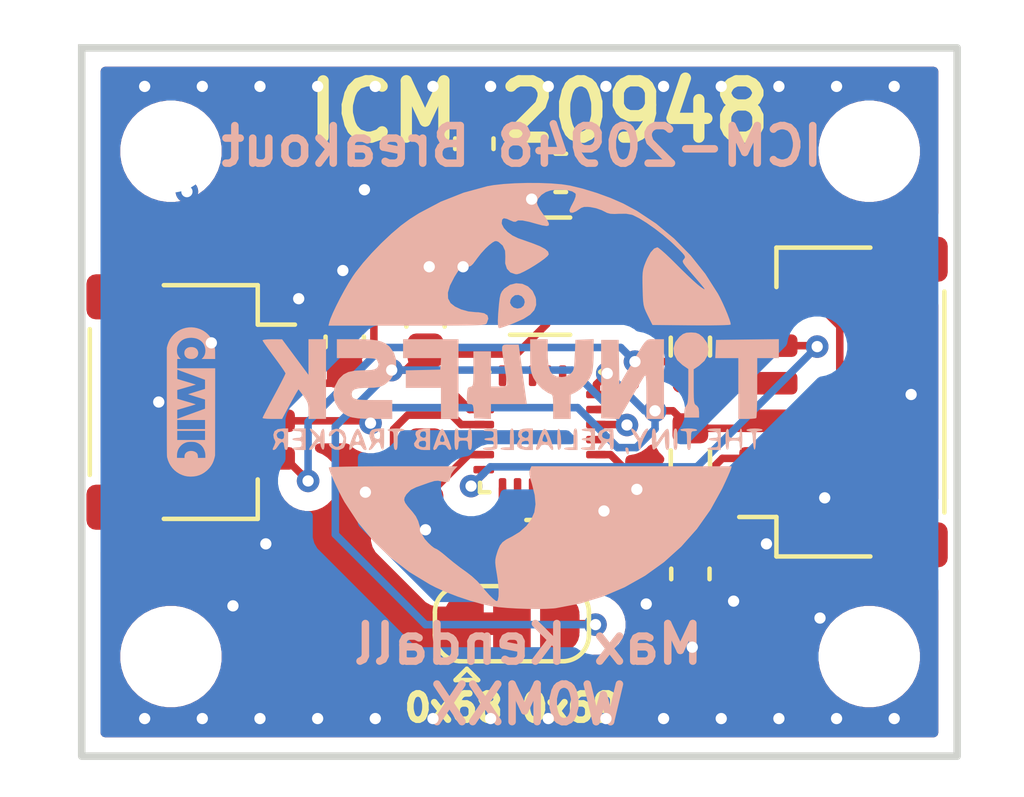
<source format=kicad_pcb>
(kicad_pcb (version 20241229) (generator "pcbnew") (generator_version "9.0")
  (layers (0 "F.Cu" signal) (2 "B.Cu" signal) (13 "F.Paste" user) (15 "B.Paste" user) (5 "F.SilkS" user "F.Silkscreen") (7 "B.SilkS" user "B.Silkscreen") (1 "F.Mask" user) (3 "B.Mask" user) (25 "Edge.Cuts" user))
  (net 0 "")
  (net 1 "+3V3")
  (net 2 "Earth")
  (net 3 "+1V8")
  (net 4 "Net-(U1-REGOUT)")
  (net 5 "/SDA")
  (net 6 "/SCL")
  (net 7 "/INT1")
  (net 8 "/INT2")
  (net 9 "/AD0")
  (footprint "Sensor_Motion:InvenSense_QFN-24_3x3mm_P0.4mm" (layer "F.Cu") (at 163.45 71.45 -90)
    (property "Reference" "U1" (hide yes))
    (property "Value" "ICM-20948")
    (pad "1" smd roundrect (at -1.5 -1 270) (size 0.55 0.2) (layers "F.Cu" "F.Mask" "F.Paste"))
    (pad "2" smd roundrect (at -1.5 -0.6 270) (size 0.55 0.2) (layers "F.Cu" "F.Mask" "F.Paste"))
    (pad "3" smd roundrect (at -1.5 -0.2 270) (size 0.55 0.2) (layers "F.Cu" "F.Mask" "F.Paste"))
    (pad "4" smd roundrect (at -1.5 0.2 270) (size 0.55 0.2) (layers "F.Cu" "F.Mask" "F.Paste"))
    (pad "5" smd roundrect (at -1.5 0.6 270) (size 0.55 0.2) (layers "F.Cu" "F.Mask" "F.Paste"))
    (pad "6" smd roundrect (at -1.5 1 270) (size 0.55 0.2) (layers "F.Cu" "F.Mask" "F.Paste"))
    (pad "7" smd roundrect (at -1 1.5) (size 0.55 0.2) (layers "F.Cu" "F.Mask" "F.Paste"))
    (pad "8" smd roundrect (at -0.6 1.5) (size 0.55 0.2) (layers "F.Cu" "F.Mask" "F.Paste") (net 3 "+1V8"))
    (pad "9" smd roundrect (at -0.2 1.5) (size 0.55 0.2) (layers "F.Cu" "F.Mask" "F.Paste") (net 9 "/AD0"))
    (pad "10" smd roundrect (at 0.2 1.5) (size 0.55 0.2) (layers "F.Cu" "F.Mask" "F.Paste") (net 4 "Net-(U1-REGOUT)"))
    (pad "11" smd roundrect (at 0.6 1.5) (size 0.55 0.2) (layers "F.Cu" "F.Mask" "F.Paste") (net 2 "Earth"))
    (pad "12" smd roundrect (at 1 1.5) (size 0.55 0.2) (layers "F.Cu" "F.Mask" "F.Paste") (net 7 "/INT1"))
    (pad "13" smd roundrect (at 1.5 1 270) (size 0.55 0.2) (layers "F.Cu" "F.Mask" "F.Paste") (net 1 "+3V3"))
    (pad "14" smd roundrect (at 1.5 0.6 270) (size 0.55 0.2) (layers "F.Cu" "F.Mask" "F.Paste"))
    (pad "15" smd roundrect (at 1.5 0.2 270) (size 0.55 0.2) (layers "F.Cu" "F.Mask" "F.Paste"))
    (pad "16" smd roundrect (at 1.5 -0.2 270) (size 0.55 0.2) (layers "F.Cu" "F.Mask" "F.Paste"))
    (pad "17" smd roundrect (at 1.5 -0.6 270) (size 0.55 0.2) (layers "F.Cu" "F.Mask" "F.Paste"))
    (pad "18" smd roundrect (at 1.5 -1 270) (size 0.55 0.2) (layers "F.Cu" "F.Mask" "F.Paste") (net 2 "Earth"))
    (pad "19" smd roundrect (at 1 -1.5) (size 0.55 0.2) (layers "F.Cu" "F.Mask" "F.Paste"))
    (pad "20" smd roundrect (at 0.6 -1.5) (size 0.55 0.2) (layers "F.Cu" "F.Mask" "F.Paste") (net 2 "Earth"))
    (pad "21" smd roundrect (at 0.2 -1.5) (size 0.55 0.2) (layers "F.Cu" "F.Mask" "F.Paste"))
    (pad "22" smd roundrect (at -0.2 -1.5) (size 0.55 0.2) (layers "F.Cu" "F.Mask" "F.Paste") (net 3 "+1V8"))
    (pad "23" smd roundrect (at -0.6 -1.5) (size 0.55 0.2) (layers "F.Cu" "F.Mask" "F.Paste") (net 6 "/SCL"))
    (pad "24" smd roundrect (at -1 -1.5) (size 0.55 0.2) (layers "F.Cu" "F.Mask" "F.Paste") (net 5 "/SDA"))
    (zone (net 0) (net_name "") (layer "F.Cu") (connect_pads (clearance 0)) (min_thickness 0.254)
      (keepout (tracks not_allowed) (vias not_allowed) (pads not_allowed) (copperpour not_allowed) (footprints allowed))
      (fill (thermal_gap 0.508) (thermal_bridge_width 0.508))
      (polygon (pts (xy 164.245 70.575) (xy 164.245 72.325) (xy 162.655 72.325) (xy 162.655 70.575)))
    )
  )
  (footprint "Jumper:SolderJumper-3_P1.3mm_Bridged12_RoundedPad1.0x1.5mm" (layer "F.Cu") (at 162.7 76.55)
    (property "Reference" "JP1" (hide yes))
    (property "Value" "I2C Address")
    (fp_poly (pts (xy -0.9 -0.3) (xy -0.4 -0.3) (xy -0.4 0.3) (xy -0.9 0.3)) (fill yes) (layer "F.Cu"))
    (pad "1" smd custom (at -1.3 0) (size 1 0.5) (layers "F.Cu" "F.Mask") (net 2 "Earth") (options (clearance outline) (anchor rect)) (primitives (gr_circle (center 0 0.25) (end 0.5 0.25) (width 0) (fill yes)) (gr_circle (center 0 -0.25) (end 0.5 -0.25) (width 0) (fill yes)) (gr_poly (pts (xy 0.55 0.75) (xy 0 0.75) (xy 0 -0.75) (xy 0.55 -0.75)) (width 0) (fill yes))))
    (pad "2" smd rect (at 0 0) (size 1 1.5) (layers "F.Cu" "F.Mask") (net 9 "/AD0"))
    (pad "3" smd custom (at 1.3 0) (size 1 0.5) (layers "F.Cu" "F.Mask") (net 3 "+1V8") (options (clearance outline) (anchor rect)) (primitives (gr_circle (center 0 0.25) (end 0.5 0.25) (width 0) (fill yes)) (gr_circle (center 0 -0.25) (end 0.5 -0.25) (width 0) (fill yes)) (gr_poly (pts (xy 0 0.75) (xy -0.55 0.75) (xy -0.55 -0.75) (xy 0 -0.75)) (width 0) (fill yes))))
  )
  (footprint "Capacitor_SMD:C_0603_1608Metric" (layer "F.Cu") (at 164 64.55)
    (property "Reference" "C3" (hide yes))
    (property "Value" "1uF")
    (pad "1" smd roundrect (at -0.775 0) (size 0.9 0.95) (layers "F.Cu" "F.Mask" "F.Paste") (net 2 "Earth"))
    (pad "2" smd roundrect (at 0.775 0) (size 0.9 0.95) (layers "F.Cu" "F.Mask" "F.Paste") (net 3 "+1V8"))
  )
  (footprint "Capacitor_SMD:C_0603_1608Metric" (layer "F.Cu") (at 161.7 63.775 90)
    (property "Reference" "C4" (hide yes))
    (property "Value" "1uF")
    (pad "1" smd roundrect (at -0.775 0 90) (size 0.9 0.95) (layers "F.Cu" "F.Mask" "F.Paste") (net 1 "+3V3"))
    (pad "2" smd roundrect (at 0.775 0 90) (size 0.9 0.95) (layers "F.Cu" "F.Mask" "F.Paste") (net 2 "Earth"))
  )
  (footprint "Capacitor_SMD:C_0603_1608Metric" (layer "F.Cu") (at 158.25 69.05 90)
    (property "Reference" "C1" (hide yes))
    (property "Value" "1uF")
    (pad "1" smd roundrect (at -0.775 0 90) (size 0.9 0.95) (layers "F.Cu" "F.Mask" "F.Paste") (net 1 "+3V3"))
    (pad "2" smd roundrect (at 0.775 0 90) (size 0.9 0.95) (layers "F.Cu" "F.Mask" "F.Paste") (net 2 "Earth"))
  )
  (footprint "Package_TO_SOT_SMD:SOT-23-5" (layer "F.Cu") (at 163.45 67.3)
    (property "Reference" "U2" (hide yes))
    (property "Value" "MIC5504-1.8YM5")
    (pad "1" smd roundrect (at -1.1375 -0.95) (size 1.325 0.6) (layers "F.Cu" "F.Mask" "F.Paste") (net 1 "+3V3"))
    (pad "2" smd roundrect (at -1.1375 0) (size 1.325 0.6) (layers "F.Cu" "F.Mask" "F.Paste") (net 2 "Earth"))
    (pad "3" smd roundrect (at -1.1375 0.95) (size 1.325 0.6) (layers "F.Cu" "F.Mask" "F.Paste"))
    (pad "4" smd roundrect (at 1.1375 0.95) (size 1.325 0.6) (layers "F.Cu" "F.Mask" "F.Paste"))
    (pad "5" smd roundrect (at 1.1375 -0.95) (size 1.325 0.6) (layers "F.Cu" "F.Mask" "F.Paste") (net 3 "+1V8"))
  )
  (footprint "Connector_JST:JST_SH_SM06B-SRSS-TB_1x06-1MP_P1.00mm_Horizontal" (layer "F.Cu") (at 171.525 70.65 90)
    (property "Reference" "J10" (hide yes))
    (property "Value" "IMU Connection")
    (pad "1" smd roundrect (at -2.5 -2 90) (size 0.6 1.55) (layers "F.Cu" "F.Mask" "F.Paste") (net 2 "Earth"))
    (pad "2" smd roundrect (at -1.5 -2 90) (size 0.6 1.55) (layers "F.Cu" "F.Mask" "F.Paste") (net 1 "+3V3"))
    (pad "3" smd roundrect (at -0.5 -2 90) (size 0.6 1.55) (layers "F.Cu" "F.Mask" "F.Paste") (net 5 "/SDA"))
    (pad "4" smd roundrect (at 0.5 -2 90) (size 0.6 1.55) (layers "F.Cu" "F.Mask" "F.Paste") (net 6 "/SCL"))
    (pad "5" smd roundrect (at 1.5 -2 90) (size 0.6 1.55) (layers "F.Cu" "F.Mask" "F.Paste") (net 7 "/INT1"))
    (pad "6" smd roundrect (at 2.5 -2 90) (size 0.6 1.55) (layers "F.Cu" "F.Mask" "F.Paste") (net 8 "/INT2"))
    (pad "MP" smd roundrect (at -3.8 1.875 90) (size 1.2 1.8) (layers "F.Cu" "F.Mask" "F.Paste") (roundrect_rratio 0.208333))
    (pad "MP" smd roundrect (at 3.8 1.875 90) (size 1.2 1.8) (layers "F.Cu" "F.Mask" "F.Paste") (roundrect_rratio 0.208333))
  )
  (footprint "" (layer "F.Cu") (at 153.625 77.425)
    (property "Reference" "" (at 0 0 0) (layer "F.SilkS") (effects (font (size 1.27 1.27))))
    (property "Value" "")
    (pad "" np_thru_hole circle (at 0 0) (size 2.2 2.2) (drill 2.2) (layers "*.Cu" "*.Mask"))
  )
  (footprint "Connector_JST:JST_SH_SM04B-SRSS-TB_1x04-1MP_P1.00mm_Horizontal" (layer "F.Cu") (at 154.15 70.65 -90)
    (property "Reference" "J5" (hide yes))
    (property "Value" "Qwicc")
    (pad "1" smd roundrect (at -1.5 -2 270) (size 0.6 1.55) (layers "F.Cu" "F.Mask" "F.Paste") (net 2 "Earth"))
    (pad "2" smd roundrect (at -0.5 -2 270) (size 0.6 1.55) (layers "F.Cu" "F.Mask" "F.Paste") (net 1 "+3V3"))
    (pad "3" smd roundrect (at 0.5 -2 270) (size 0.6 1.55) (layers "F.Cu" "F.Mask" "F.Paste") (net 5 "/SDA"))
    (pad "4" smd roundrect (at 1.5 -2 270) (size 0.6 1.55) (layers "F.Cu" "F.Mask" "F.Paste") (net 6 "/SCL"))
    (pad "MP" smd roundrect (at -2.8 1.875 270) (size 1.2 1.8) (layers "F.Cu" "F.Mask" "F.Paste") (roundrect_rratio 0.208333))
    (pad "MP" smd roundrect (at 2.8 1.875 270) (size 1.2 1.8) (layers "F.Cu" "F.Mask" "F.Paste") (roundrect_rratio 0.208333))
  )
  (footprint "" (layer "F.Cu") (at 153.625 63.975)
    (property "Reference" "" (at 0 0 0) (layer "F.SilkS") (effects (font (size 1.27 1.27))))
    (property "Value" "")
    (pad "" np_thru_hole circle (at 0 0) (size 2.2 2.2) (drill 2.2) (layers "*.Cu" "*.Mask"))
  )
  (footprint "Capacitor_SMD:C_0603_1608Metric" (layer "F.Cu") (at 167.45 75.225 -90)
    (property "Reference" "C2" (hide yes))
    (property "Value" "1uF")
    (pad "1" smd roundrect (at -0.775 0 270) (size 0.9 0.95) (layers "F.Cu" "F.Mask" "F.Paste") (net 1 "+3V3"))
    (pad "2" smd roundrect (at 0.775 0 270) (size 0.9 0.95) (layers "F.Cu" "F.Mask" "F.Paste") (net 2 "Earth"))
  )
  (footprint "Capacitor_SMD:C_0603_1608Metric" (layer "F.Cu") (at 163.225 74.3)
    (property "Reference" "C5" (hide yes))
    (property "Value" "100nF")
    (pad "1" smd roundrect (at -0.775 0) (size 0.9 0.95) (layers "F.Cu" "F.Mask" "F.Paste") (net 1 "+3V3"))
    (pad "2" smd roundrect (at 0.775 0) (size 0.9 0.95) (layers "F.Cu" "F.Mask" "F.Paste") (net 2 "Earth"))
  )
  (footprint "" (layer "F.Cu") (at 172.21 77.425)
    (property "Reference" "" (at 0 0 0) (layer "F.SilkS") (effects (font (size 1.27 1.27))))
    (property "Value" "")
    (pad "" np_thru_hole circle (at 0 0) (size 2.2 2.2) (drill 2.2) (layers "*.Cu" "*.Mask"))
  )
  (footprint "Capacitor_SMD:C_0603_1608Metric" (layer "F.Cu") (at 160.4 72.575 90)
    (property "Reference" "C7" (hide yes))
    (property "Value" "100nF")
    (pad "1" smd roundrect (at -0.775 0 90) (size 0.9 0.95) (layers "F.Cu" "F.Mask" "F.Paste") (net 2 "Earth"))
    (pad "2" smd roundrect (at 0.775 0 90) (size 0.9 0.95) (layers "F.Cu" "F.Mask" "F.Paste") (net 4 "Net-(U1-REGOUT)"))
  )
  (footprint "" (layer "F.Cu") (at 172.21 63.975)
    (property "Reference" "" (at 0 0 0) (layer "F.SilkS") (effects (font (size 1.27 1.27))))
    (property "Value" "")
    (pad "" np_thru_hole circle (at 0 0) (size 2.2 2.2) (drill 2.2) (layers "*.Cu" "*.Mask"))
  )
  (footprint "Resistor_SMD:R_0603_1608Metric" (layer "F.Cu") (at 167.45 69.175 -90)
    (property "Reference" "R2" (hide yes))
    (property "Value" "4.7k")
    (pad "1" smd roundrect (at -0.825 0 270) (size 0.8 0.95) (layers "F.Cu" "F.Mask" "F.Paste") (net 1 "+3V3"))
    (pad "2" smd roundrect (at 0.825 0 270) (size 0.8 0.95) (layers "F.Cu" "F.Mask" "F.Paste") (net 6 "/SCL"))
  )
  (footprint "Capacitor_SMD:C_0603_1608Metric" (layer "F.Cu") (at 160.4 68.5 90)
    (property "Reference" "C6" (hide yes))
    (property "Value" "100nF")
    (pad "1" smd roundrect (at -0.775 0 90) (size 0.9 0.95) (layers "F.Cu" "F.Mask" "F.Paste") (net 3 "+1V8"))
    (pad "2" smd roundrect (at 0.775 0 90) (size 0.9 0.95) (layers "F.Cu" "F.Mask" "F.Paste") (net 2 "Earth"))
  )
  (footprint "Resistor_SMD:R_0603_1608Metric" (layer "F.Cu") (at 167.45 72.175 90)
    (property "Reference" "R1" (hide yes))
    (property "Value" "4.7k")
    (pad "1" smd roundrect (at -0.825 0 90) (size 0.8 0.95) (layers "F.Cu" "F.Mask" "F.Paste") (net 1 "+3V3"))
    (pad "2" smd roundrect (at 0.825 0 90) (size 0.8 0.95) (layers "F.Cu" "F.Mask" "F.Paste") (net 5 "/SDA"))
  )
  (footprint "LOGO" (layer "B.Cu") (at 162.96919 70.596848 180)
    (property "Reference" "G***" (hide yes))
    (property "Value" "LOGO" (hide yes))
  )
  (footprint "SparkFun-Qwiic:qwiic_4mm" (layer "B.Cu") (at 154.15 70.65 -90)
    (property "Reference" "G***" (hide yes))
    (property "Value" "LOGO" (hide yes))
  )
  (gr_rect (start 151.25 61.225) (end 174.55 80.075) (stroke (width 0.2)) (fill no) (layer "Edge.Cuts"))
  (gr_text "ICM 20948" (at 163.425 63.8 0) (layer "F.SilkS") (effects (font (size 1.5 1.5) (thickness 0.3) (bold yes)) (justify bottom)))
  (gr_text "0x68 0x69" (at 159.75 79.2 0) (layer "F.SilkS") (effects (font (size 0.7 0.7) (thickness 0.175) (bold yes)) (justify left bottom)))
  (gr_text "Max Kendall\nW0MXX" (at 163.133213 79.289 0) (layer "B.SilkS") (effects (font (size 1 1) (thickness 0.2) (bold yes)) (justify bottom mirror)))
  (gr_text "ICM-20948 Breakout" (at 171.076191 64.425 0) (layer "B.SilkS") (effects (font (size 1 1) (thickness 0.2) (bold yes)) (justify left bottom mirror)))
  (segment (start 167.45 73) (end 167.45 74.45) (width 0.2) (layer "F.Cu") (net 1))
  (segment (start 171.426 68.634032) (end 170.340968 67.549) (width 0.2) (layer "F.Cu") (net 1))
  (segment (start 168.3 72.15) (end 167.45 73) (width 0.2) (layer "F.Cu") (net 1))
  (segment (start 162.3125 66.2875) (end 161.7 65.675) (width 0.2) (layer "F.Cu") (net 1))
  (segment (start 159.026 67.674) (end 159.026 69.049) (width 0.2) (layer "F.Cu") (net 1))
  (segment (start 156.15 70.15) (end 157.925 70.15) (width 0.2) (layer "F.Cu") (net 1))
  (segment (start 163.226 75.076) (end 162.45 74.3) (width 0.2) (layer "F.Cu") (net 1))
  (segment (start 159.026 69.049) (end 158.25 69.825) (width 0.2) (layer "F.Cu") (net 1))
  (segment (start 171.426 71.023999) (end 171.426 68.634032) (width 0.2) (layer "F.Cu") (net 1))
  (segment (start 167.45 65.99989) (end 165.12511 63.675) (width 0.2) (layer "F.Cu") (net 1))
  (segment (start 157.925 70.15) (end 158.25 69.825) (width 0.2) (layer "F.Cu") (net 1))
  (segment (start 167.45 74.45) (end 166.824 75.076) (width 0.2) (layer "F.Cu") (net 1))
  (segment (start 160.35 66.35) (end 159.026 67.674) (width 0.2) (layer "F.Cu") (net 1))
  (segment (start 167.45 68.35) (end 167.45 65.99989) (width 0.2) (layer "F.Cu") (net 1))
  (segment (start 162.45 74.3) (end 162.45 72.95) (width 0.2) (layer "F.Cu") (net 1))
  (segment (start 162.3125 66.35) (end 162.3125 66.2875) (width 0.2) (layer "F.Cu") (net 1))
  (segment (start 165.12511 63.675) (end 162.575 63.675) (width 0.2) (layer "F.Cu") (net 1))
  (segment (start 162.3125 66.35) (end 160.35 66.35) (width 0.2) (layer "F.Cu") (net 1))
  (segment (start 168.251 67.549) (end 167.45 68.35) (width 0.2) (layer "F.Cu") (net 1))
  (segment (start 170.299999 72.15) (end 171.426 71.023999) (width 0.2) (layer "F.Cu") (net 1))
  (segment (start 169.525 72.15) (end 168.3 72.15) (width 0.2) (layer "F.Cu") (net 1))
  (segment (start 169.525 72.15) (end 170.299999 72.15) (width 0.2) (layer "F.Cu") (net 1))
  (segment (start 170.340968 67.549) (end 168.251 67.549) (width 0.2) (layer "F.Cu") (net 1))
  (segment (start 162.575 63.675) (end 161.7 64.55) (width 0.2) (layer "F.Cu") (net 1))
  (segment (start 166.824 75.076) (end 163.226 75.076) (width 0.2) (layer "F.Cu") (net 1))
  (segment (start 161.7 65.675) (end 161.7 64.55) (width 0.2) (layer "F.Cu") (net 1))
  (segment (start 160.4 67.725) (end 160.4 67.14853) (width 0.2) (layer "F.Cu") (net 2))
  (segment (start 164.95 72.05) (end 165.325 72.05) (width 0.2) (layer "F.Cu") (net 2))
  (segment (start 165.15 73.55) (end 165.05 73.55) (width 0.2) (layer "F.Cu") (net 2))
  (segment (start 160.4 67.14853) (end 160.499265 67.049265) (width 0.2) (layer "F.Cu") (net 2))
  (segment (start 165.05 73.55) (end 164.45 72.95) (width 0.2) (layer "F.Cu") (net 2))
  (segment (start 161.95 72.05) (end 161.55 72.05) (width 0.2) (layer "F.Cu") (net 2))
  (segment (start 162.3125 67.3) (end 161.65 67.3) (width 0.2) (layer "F.Cu") (net 2))
  (segment (start 161.55 72.05) (end 160.4 73.2) (width 0.2) (layer "F.Cu") (net 2))
  (segment (start 166.025 72.75) (end 166.025 72.975) (width 0.2) (layer "F.Cu") (net 2))
  (segment (start 163.225 64.55) (end 163.225 65.25) (width 0.2) (layer "F.Cu") (net 2))
  (segment (start 165.325 72.05) (end 166.025 72.75) (width 0.2) (layer "F.Cu") (net 2))
  (segment (start 161.65 67.3) (end 161.4 67.05) (width 0.2) (layer "F.Cu") (net 2))
  (segment (start 160.4 74.05) (end 160.4 73.35) (width 0.2) (layer "F.Cu") (net 2))
  (segment (start 160.4 73.2) (end 160.4 73.35) (width 0.2) (layer "F.Cu") (net 2))
  (via (at 172.875 62.25) (size 0.6) (drill 0.3) (layers "F.Cu" "B.Cu") (net 2))
  (via (at 168.271154 79.075) (size 0.6) (drill 0.3) (layers "F.Cu" "B.Cu") (net 2))
  (via (at 166.736538 79.075) (size 0.6) (drill 0.3) (layers "F.Cu" "B.Cu") (net 2))
  (via (at 154.459615 79.075) (size 0.6) (drill 0.3) (layers "F.Cu" "B.Cu") (net 2))
  (via (at 169.805769 79.075) (size 0.6) (drill 0.3) (layers "F.Cu" "B.Cu") (net 2))
  (via (at 159.063462 79.075) (size 0.6) (drill 0.3) (layers "F.Cu" "B.Cu") (net 2))
  (via (at 163.667308 79.075) (size 0.6) (drill 0.3) (layers "F.Cu" "B.Cu") (net 2))
  (via (at 162.132692 62.25) (size 0.6) (drill 0.3) (layers "F.Cu" "B.Cu") (net 2))
  (via (at 165.201923 79.075) (size 0.6) (drill 0.3) (layers "F.Cu" "B.Cu") (net 2))
  (via (at 158.2 67.15) (size 0.6) (drill 0.3) (layers "F.Cu" "B.Cu") (net 2))
  (via (at 160.499265 67.049265) (size 0.6) (drill 0.3) (layers "F.Cu" "B.Cu") (net 2))
  (via (at 169.475 74.425) (size 0.6) (drill 0.3) (layers "F.Cu" "B.Cu") (net 2))
  (via (at 160.4 74.05) (size 0.6) (drill 0.3) (layers "F.Cu" "B.Cu") (net 2))
  (via (at 171.340385 62.25) (size 0.6) (drill 0.3) (layers "F.Cu" "B.Cu") (net 2))
  (via (at 158.8 73.05) (size 0.6) (drill 0.3) (layers "F.Cu" "B.Cu") (net 2))
  (via (at 169.805769 62.25) (size 0.6) (drill 0.3) (layers "F.Cu" "B.Cu") (net 2))
  (via (at 155.275 76.075) (size 0.6) (drill 0.3) (layers "F.Cu" "B.Cu") (net 2))
  (via (at 154.459615 62.25) (size 0.6) (drill 0.3) (layers "F.Cu" "B.Cu") (net 2))
  (via (at 165.201923 62.25) (size 0.6) (drill 0.3) (layers "F.Cu" "B.Cu") (net 2))
  (via (at 171.340385 79.075) (size 0.6) (drill 0.3) (layers "F.Cu" "B.Cu") (net 2))
  (via (at 163.667308 62.25) (size 0.6) (drill 0.3) (layers "F.Cu" "B.Cu") (net 2))
  (via (at 155.994231 79.075) (size 0.6) (drill 0.3) (layers "F.Cu" "B.Cu") (net 2))
  (via (at 153.3 70.65) (size 0.6) (drill 0.3) (layers "F.Cu" "B.Cu") (net 2))
  (via (at 168.6 75.95) (size 0.6) (drill 0.3) (layers "F.Cu" "B.Cu") (net 2))
  (via (at 160.598077 79.075) (size 0.6) (drill 0.3) (layers "F.Cu" "B.Cu") (net 2))
  (via (at 168.271154 62.25) (size 0.6) (drill 0.3) (layers "F.Cu" "B.Cu") (net 2))
  (via (at 152.925 79.075) (size 0.6) (drill 0.3) (layers "F.Cu" "B.Cu") (net 2))
  (via (at 171.025 73.2) (size 0.6) (drill 0.3) (layers "F.Cu" "B.Cu") (net 2))
  (via (at 160.598077 62.25) (size 0.6) (drill 0.3) (layers "F.Cu" "B.Cu") (net 2))
  (via (at 166.275 76.025) (size 0.6) (drill 0.3) (layers "F.Cu" "B.Cu") (net 2))
  (via (at 170.9 76.4) (size 0.6) (drill 0.3) (layers "F.Cu" "B.Cu") (net 2))
  (via (at 154.05 65.05) (size 0.6) (drill 0.3) (layers "F.Cu" "B.Cu") (net 2))
  (via (at 159.063462 62.25) (size 0.6) (drill 0.3) (layers "F.Cu" "B.Cu") (net 2))
  (via (at 157.528846 79.075) (size 0.6) (drill 0.3) (layers "F.Cu" "B.Cu") (net 2))
  (via (at 157.528846 62.25) (size 0.6) (drill 0.3) (layers "F.Cu" "B.Cu") (net 2))
  (via (at 161.4 67.05) (size 0.6) (drill 0.3) (layers "F.Cu" "B.Cu") (net 2))
  (via (at 155.994231 62.25) (size 0.6) (drill 0.3) (layers "F.Cu" "B.Cu") (net 2))
  (via (at 156.15 74.425) (size 0.6) (drill 0.3) (layers "F.Cu" "B.Cu") (net 2))
  (via (at 157.025 67.9) (size 0.6) (drill 0.3) (layers "F.Cu" "B.Cu") (net 2))
  (via (at 162.132692 79.075) (size 0.6) (drill 0.3) (layers "F.Cu" "B.Cu") (net 2))
  (via (at 172.875 79.075) (size 0.6) (drill 0.3) (layers "F.Cu" "B.Cu") (net 2))
  (via (at 152.925 62.25) (size 0.6) (drill 0.3) (layers "F.Cu" "B.Cu") (net 2))
  (via (at 165.15 73.55) (size 0.6) (drill 0.3) (layers "F.Cu" "B.Cu") (net 2))
  (via (at 173.325 70.45) (size 0.6) (drill 0.3) (layers "F.Cu" "B.Cu") (net 2))
  (via (at 167.5 77.175) (size 0.6) (drill 0.3) (layers "F.Cu" "B.Cu") (net 2))
  (via (at 154.7 69.075) (size 0.6) (drill 0.3) (layers "F.Cu" "B.Cu") (net 2))
  (via (at 166.025 72.975) (size 0.6) (drill 0.3) (layers "F.Cu" "B.Cu") (net 2))
  (via (at 166.736538 62.25) (size 0.6) (drill 0.3) (layers "F.Cu" "B.Cu") (net 2))
  (via (at 158.775 65) (size 0.6) (drill 0.3) (layers "F.Cu" "B.Cu") (net 2))
  (via (at 163.225 65.25) (size 0.6) (drill 0.3) (layers "F.Cu" "B.Cu") (net 2))
  (segment (start 161.575 70.85) (end 161.95 70.85) (width 0.2) (layer "F.Cu") (net 3))
  (segment (start 165.761765 71.261765) (end 165.75 71.25) (width 0.2) (layer "F.Cu") (net 3))
  (segment (start 164.5875 66.35) (end 163.624 67.3135) (width 0.2) (layer "F.Cu") (net 3))
  (segment (start 159.875 69.8) (end 160.4 69.275) (width 0.2) (layer "F.Cu") (net 3))
  (segment (start 160.4 69.675) (end 161.575 70.85) (width 0.2) (layer "F.Cu") (net 3))
  (segment (start 160.702 69.275) (end 160.4 69.275) (width 0.2) (layer "F.Cu") (net 3))
  (segment (start 160.801 69.374) (end 160.702 69.275) (width 0.2) (layer "F.Cu") (net 3))
  (segment (start 164 76.55) (end 164.9 76.55) (width 0.2) (layer "F.Cu") (net 3))
  (segment (start 164.775 64.55) (end 164.775 66.1625) (width 0.2) (layer "F.Cu") (net 3))
  (segment (start 160.4 69.275) (end 160.4 69.675) (width 0.2) (layer "F.Cu") (net 3))
  (segment (start 162.826 69.374) (end 160.801 69.374) (width 0.2) (layer "F.Cu") (net 3))
  (segment (start 164.9 76.55) (end 164.925 76.575) (width 0.2) (layer "F.Cu") (net 3))
  (segment (start 163.624 67.3135) (end 163.624 68.576) (width 0.2) (layer "F.Cu") (net 3))
  (segment (start 165.75 71.25) (end 164.95 71.25) (width 0.2) (layer "F.Cu") (net 3))
  (segment (start 159.5 69.8) (end 159.875 69.8) (width 0.2) (layer "F.Cu") (net 3))
  (segment (start 163.624 68.576) (end 162.826 69.374) (width 0.2) (layer "F.Cu") (net 3))
  (segment (start 164.775 66.1625) (end 164.5875 66.35) (width 0.2) (layer "F.Cu") (net 3))
  (via (at 165.761765 71.261765) (size 0.6) (drill 0.3) (layers "F.Cu" "B.Cu") (net 3))
  (via (at 164.925 76.575) (size 0.6) (drill 0.3) (layers "F.Cu" "B.Cu") (net 3))
  (via (at 159.5 69.8) (size 0.6) (drill 0.3) (layers "F.Cu" "B.Cu") (net 3))
  (segment (start 164.3 69.8) (end 159.5 69.8) (width 0.2) (layer "B.Cu") (net 3))
  (segment (start 165.761765 71.261765) (end 164.3 69.8) (width 0.2) (layer "B.Cu") (net 3))
  (segment (start 158 74.175) (end 158 71.3) (width 0.2) (layer "B.Cu") (net 3))
  (segment (start 164.925 76.575) (end 160.4 76.575) (width 0.2) (layer "B.Cu") (net 3))
  (segment (start 160.4 76.575) (end 158 74.175) (width 0.2) (layer "B.Cu") (net 3))
  (segment (start 158 71.3) (end 159.5 69.8) (width 0.2) (layer "B.Cu") (net 3))
  (segment (start 160.55 71.65) (end 160.4 71.8) (width 0.2) (layer "F.Cu") (net 4))
  (segment (start 161.95 71.65) (end 160.55 71.65) (width 0.2) (layer "F.Cu") (net 4))
  (segment (start 167.45 71.35) (end 169.325 71.35) (width 0.2) (layer "F.Cu") (net 5))
  (segment (start 166.983229 70.883229) (end 167.45 71.35) (width 0.2) (layer "F.Cu") (net 5))
  (segment (start 164.95 70.45) (end 164.95 70.17677) (width 0.2) (layer "F.Cu") (net 5))
  (segment (start 169.325 71.35) (end 169.525 71.15) (width 0.2) (layer "F.Cu") (net 5))
  (segment (start 166.509507 70.883229) (end 166.983229 70.883229) (width 0.2) (layer "F.Cu") (net 5))
  (segment (start 158.875 71.15) (end 156.15 71.15) (width 0.2) (layer "F.Cu") (net 5))
  (segment (start 158.936765 71.211765) (end 158.875 71.15) (width 0.2) (layer "F.Cu") (net 5))
  (segment (start 164.95 70.17677) (end 165.23765 69.88912) (width 0.2) (layer "F.Cu") (net 5))
  (via (at 165.23765 69.88912) (size 0.6) (drill 0.3) (layers "F.Cu" "B.Cu") (net 5))
  (via (at 158.936765 71.211765) (size 0.6) (drill 0.3) (layers "F.Cu" "B.Cu") (net 5))
  (via (at 166.509507 70.883229) (size 0.6) (drill 0.3) (layers "F.Cu" "B.Cu") (net 5))
  (segment (start 164.449322 70.799265) (end 165.512822 71.862765) (width 0.2) (layer "B.Cu") (net 5))
  (segment (start 166.509507 71.363966) (end 166.509507 70.883229) (width 0.2) (layer "B.Cu") (net 5))
  (segment (start 165.512822 71.862765) (end 166.010708 71.862765) (width 0.2) (layer "B.Cu") (net 5))
  (segment (start 158.936765 71.211765) (end 159.349265 70.799265) (width 0.2) (layer "B.Cu") (net 5))
  (segment (start 166.231759 70.883229) (end 166.509507 70.883229) (width 0.2) (layer "B.Cu") (net 5))
  (segment (start 159.349265 70.799265) (end 164.449322 70.799265) (width 0.2) (layer "B.Cu") (net 5))
  (segment (start 165.23765 69.88912) (end 166.231759 70.883229) (width 0.2) (layer "B.Cu") (net 5))
  (segment (start 166.010708 71.862765) (end 166.509507 71.363966) (width 0.2) (layer "B.Cu") (net 5))
  (segment (start 165.975 70.2) (end 165.325 70.85) (width 0.2) (layer "F.Cu") (net 6))
  (segment (start 165.325 70.85) (end 164.95 70.85) (width 0.2) (layer "F.Cu") (net 6))
  (segment (start 156.675 72.15) (end 157.275 72.75) (width 0.2) (layer "F.Cu") (net 6))
  (segment (start 165.975 69.575) (end 167.025 69.575) (width 0.2) (layer "F.Cu") (net 6))
  (segment (start 165.975 69.575) (end 165.975 70.2) (width 0.2) (layer "F.Cu") (net 6))
  (segment (start 167.6 70.15) (end 167.45 70) (width 0.2) (layer "F.Cu") (net 6))
  (segment (start 167.025 69.575) (end 167.45 70) (width 0.2) (layer "F.Cu") (net 6))
  (segment (start 169.525 70.15) (end 167.6 70.15) (width 0.2) (layer "F.Cu") (net 6))
  (segment (start 156.15 72.15) (end 156.675 72.15) (width 0.2) (layer "F.Cu") (net 6))
  (via (at 157.275 72.75) (size 0.6) (drill 0.3) (layers "F.Cu" "B.Cu") (net 6))
  (via (at 165.975 69.575) (size 0.6) (drill 0.3) (layers "F.Cu" "B.Cu") (net 6))
  (segment (start 157.275 72.75) (end 157.275 71.175057) (width 0.2) (layer "B.Cu") (net 6))
  (segment (start 157.275 71.175057) (end 159.251057 69.199) (width 0.2) (layer "B.Cu") (net 6))
  (segment (start 159.251057 69.199) (end 165.599 69.199) (width 0.2) (layer "B.Cu") (net 6))
  (segment (start 165.599 69.199) (end 165.975 69.575) (width 0.2) (layer "B.Cu") (net 6))
  (segment (start 169.525 69.15) (end 170.8 69.15) (width 0.2) (layer "F.Cu") (net 7))
  (segment (start 161.612555 72.887555) (end 161.95 72.55011) (width 0.2) (layer "F.Cu") (net 7))
  (segment (start 170.8 69.15) (end 170.825 69.175) (width 0.2) (layer "F.Cu") (net 7))
  (segment (start 161.95 72.55011) (end 161.95 72.45) (width 0.2) (layer "F.Cu") (net 7))
  (via (at 170.825 69.175) (size 0.6) (drill 0.3) (layers "F.Cu" "B.Cu") (net 7))
  (via (at 161.612555 72.887555) (size 0.6) (drill 0.3) (layers "F.Cu" "B.Cu") (net 7))
  (segment (start 161.612555 72.887555) (end 162.12511 72.375) (width 0.2) (layer "B.Cu") (net 7))
  (segment (start 162.12511 72.375) (end 167.625 72.375) (width 0.2) (layer "B.Cu") (net 7))
  (segment (start 167.625 72.375) (end 170.825 69.175) (width 0.2) (layer "B.Cu") (net 7))
  (segment (start 159.55 74.275) (end 160.769 75.494) (width 0.2) (layer "F.Cu") (net 9))
  (segment (start 161.95 71.25) (end 161.35 71.25) (width 0.2) (layer "F.Cu") (net 9))
  (segment (start 159.55 71.375) (end 159.55 74.275) (width 0.2) (layer "F.Cu") (net 9))
  (segment (start 160.769 75.494) (end 162.594 75.494) (width 0.2) (layer "F.Cu") (net 9))
  (segment (start 162.7 75.6) (end 162.7 76.55) (width 0.2) (layer "F.Cu") (net 9))
  (segment (start 161.35 71.25) (end 161.1 71) (width 0.2) (layer "F.Cu") (net 9))
  (segment (start 162.594 75.494) (end 162.7 75.6) (width 0.2) (layer "F.Cu") (net 9))
  (segment (start 159.925 71) (end 159.55 71.375) (width 0.2) (layer "F.Cu") (net 9))
  (segment (start 161.1 71) (end 159.925 71) (width 0.2) (layer "F.Cu") (net 9))
  (zone (net 2) (net_name "Earth") (layers "F.Cu" "B.Cu") (connect_pads (clearance 0.5)) (min_thickness 0.25) (fill yes (thermal_gap 0.5) (thermal_bridge_width 0.5))
    (polygon (pts (xy 176.325 60) (xy 176.275 59.95) (xy 149.075 59.95) (xy 149.075 81.175) (xy 149.075 81.175) (xy 176.325 81.175) (xy 176.325 81.175)))
  )
)
</source>
